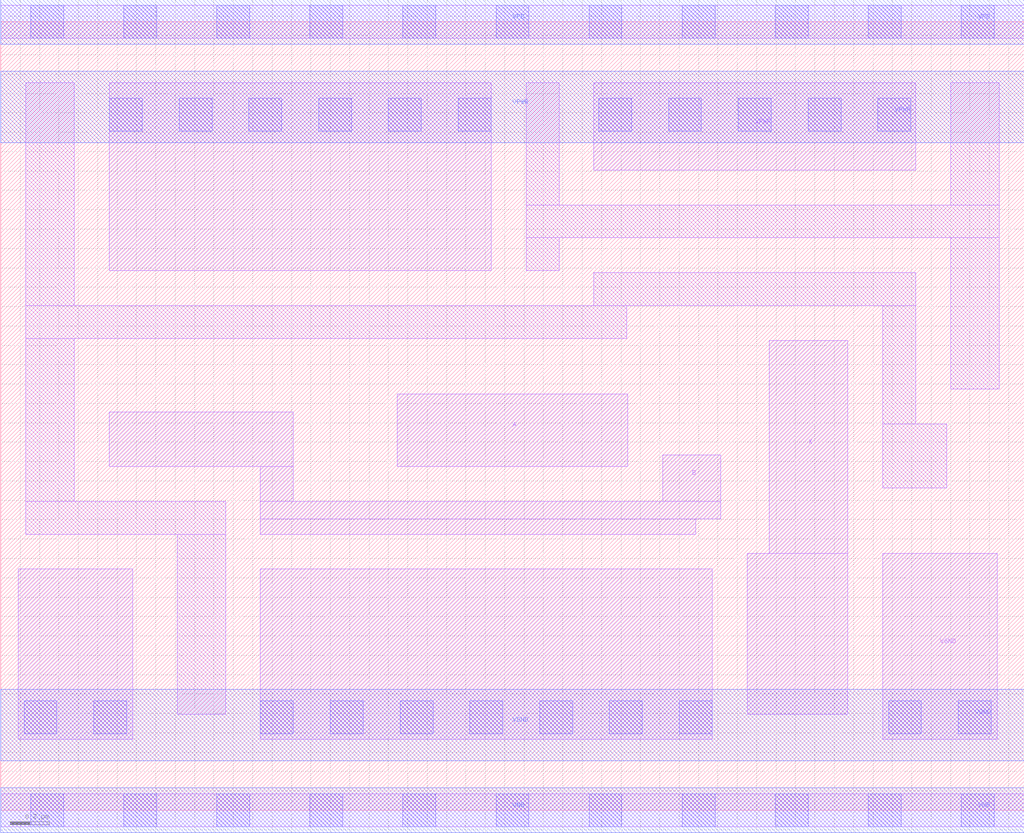
<source format=lef>
# Copyright 2020 The SkyWater PDK Authors
#
# Licensed under the Apache License, Version 2.0 (the "License");
# you may not use this file except in compliance with the License.
# You may obtain a copy of the License at
#
#     https://www.apache.org/licenses/LICENSE-2.0
#
# Unless required by applicable law or agreed to in writing, software
# distributed under the License is distributed on an "AS IS" BASIS,
# WITHOUT WARRANTIES OR CONDITIONS OF ANY KIND, either express or implied.
# See the License for the specific language governing permissions and
# limitations under the License.
#
# SPDX-License-Identifier: Apache-2.0

VERSION 5.7 ;
  NAMESCASESENSITIVE ON ;
  NOWIREEXTENSIONATPIN ON ;
  DIVIDERCHAR "/" ;
  BUSBITCHARS "[]" ;
UNITS
  DATABASE MICRONS 200 ;
END UNITS
MACRO sky130_fd_sc_hvl__xor2_1
  CLASS CORE ;
  SOURCE USER ;
  FOREIGN sky130_fd_sc_hvl__xor2_1 ;
  ORIGIN  0.000000  0.000000 ;
  SIZE  5.280000 BY  4.070000 ;
  SYMMETRY X Y ;
  SITE unithv ;
  PIN A
    ANTENNAGATEAREA  2.250000 ;
    DIRECTION INPUT ;
    USE SIGNAL ;
    PORT
      LAYER li1 ;
        RECT 2.045000 1.775000 3.235000 2.150000 ;
    END
  END A
  PIN B
    ANTENNAGATEAREA  2.250000 ;
    DIRECTION INPUT ;
    USE SIGNAL ;
    PORT
      LAYER li1 ;
        RECT 0.560000 1.775000 1.510000 2.055000 ;
        RECT 1.340000 1.425000 3.585000 1.505000 ;
        RECT 1.340000 1.505000 3.715000 1.595000 ;
        RECT 1.340000 1.595000 1.510000 1.775000 ;
        RECT 3.415000 1.595000 3.715000 1.835000 ;
    END
  END B
  PIN X
    ANTENNADIFFAREA  0.637500 ;
    DIRECTION OUTPUT ;
    USE SIGNAL ;
    PORT
      LAYER li1 ;
        RECT 3.850000 0.495000 4.370000 1.325000 ;
        RECT 3.965000 1.325000 4.370000 2.425000 ;
    END
  END X
  PIN VGND
    DIRECTION INOUT ;
    USE GROUND ;
    PORT
      LAYER li1 ;
        RECT 0.090000 0.365000 0.680000 1.245000 ;
        RECT 1.340000 0.365000 3.670000 1.245000 ;
        RECT 4.550000 0.365000 5.140000 1.325000 ;
      LAYER mcon ;
        RECT 0.120000 0.395000 0.290000 0.565000 ;
        RECT 0.480000 0.395000 0.650000 0.565000 ;
        RECT 1.340000 0.395000 1.510000 0.565000 ;
        RECT 1.700000 0.395000 1.870000 0.565000 ;
        RECT 2.060000 0.395000 2.230000 0.565000 ;
        RECT 2.420000 0.395000 2.590000 0.565000 ;
        RECT 2.780000 0.395000 2.950000 0.565000 ;
        RECT 3.140000 0.395000 3.310000 0.565000 ;
        RECT 3.500000 0.395000 3.670000 0.565000 ;
        RECT 4.580000 0.395000 4.750000 0.565000 ;
        RECT 4.940000 0.395000 5.110000 0.565000 ;
      LAYER met1 ;
        RECT 0.000000 0.255000 5.280000 0.625000 ;
    END
  END VGND
  PIN VNB
    DIRECTION INOUT ;
    USE GROUND ;
    PORT
      LAYER li1 ;
        RECT 0.000000 -0.085000 5.280000 0.085000 ;
      LAYER mcon ;
        RECT 0.155000 -0.085000 0.325000 0.085000 ;
        RECT 0.635000 -0.085000 0.805000 0.085000 ;
        RECT 1.115000 -0.085000 1.285000 0.085000 ;
        RECT 1.595000 -0.085000 1.765000 0.085000 ;
        RECT 2.075000 -0.085000 2.245000 0.085000 ;
        RECT 2.555000 -0.085000 2.725000 0.085000 ;
        RECT 3.035000 -0.085000 3.205000 0.085000 ;
        RECT 3.515000 -0.085000 3.685000 0.085000 ;
        RECT 3.995000 -0.085000 4.165000 0.085000 ;
        RECT 4.475000 -0.085000 4.645000 0.085000 ;
        RECT 4.955000 -0.085000 5.125000 0.085000 ;
      LAYER met1 ;
        RECT 0.000000 -0.115000 5.280000 0.115000 ;
    END
  END VNB
  PIN VPB
    DIRECTION INOUT ;
    USE POWER ;
    PORT
      LAYER li1 ;
        RECT 0.000000 3.985000 5.280000 4.155000 ;
      LAYER mcon ;
        RECT 0.155000 3.985000 0.325000 4.155000 ;
        RECT 0.635000 3.985000 0.805000 4.155000 ;
        RECT 1.115000 3.985000 1.285000 4.155000 ;
        RECT 1.595000 3.985000 1.765000 4.155000 ;
        RECT 2.075000 3.985000 2.245000 4.155000 ;
        RECT 2.555000 3.985000 2.725000 4.155000 ;
        RECT 3.035000 3.985000 3.205000 4.155000 ;
        RECT 3.515000 3.985000 3.685000 4.155000 ;
        RECT 3.995000 3.985000 4.165000 4.155000 ;
        RECT 4.475000 3.985000 4.645000 4.155000 ;
        RECT 4.955000 3.985000 5.125000 4.155000 ;
      LAYER met1 ;
        RECT 0.000000 3.955000 5.280000 4.185000 ;
    END
  END VPB
  PIN VPWR
    DIRECTION INOUT ;
    USE POWER ;
    PORT
      LAYER li1 ;
        RECT 0.560000 2.785000 2.530000 3.755000 ;
        RECT 3.060000 3.305000 4.720000 3.755000 ;
      LAYER mcon ;
        RECT 0.560000 3.505000 0.730000 3.675000 ;
        RECT 0.920000 3.505000 1.090000 3.675000 ;
        RECT 1.280000 3.505000 1.450000 3.675000 ;
        RECT 1.640000 3.505000 1.810000 3.675000 ;
        RECT 2.000000 3.505000 2.170000 3.675000 ;
        RECT 2.360000 3.505000 2.530000 3.675000 ;
        RECT 3.085000 3.505000 3.255000 3.675000 ;
        RECT 3.445000 3.505000 3.615000 3.675000 ;
        RECT 3.805000 3.505000 3.975000 3.675000 ;
        RECT 4.165000 3.505000 4.335000 3.675000 ;
        RECT 4.525000 3.505000 4.695000 3.675000 ;
      LAYER met1 ;
        RECT 0.000000 3.445000 5.280000 3.815000 ;
    END
  END VPWR
  OBS
    LAYER li1 ;
      RECT 0.130000 1.425000 1.160000 1.595000 ;
      RECT 0.130000 1.595000 0.380000 2.435000 ;
      RECT 0.130000 2.435000 3.230000 2.605000 ;
      RECT 0.130000 2.605000 0.380000 3.755000 ;
      RECT 0.910000 0.495000 1.160000 1.425000 ;
      RECT 2.710000 2.785000 2.880000 2.955000 ;
      RECT 2.710000 2.955000 5.150000 3.125000 ;
      RECT 2.710000 3.125000 2.880000 3.755000 ;
      RECT 3.060000 2.605000 4.720000 2.775000 ;
      RECT 4.550000 1.665000 4.880000 1.995000 ;
      RECT 4.550000 1.995000 4.720000 2.605000 ;
      RECT 4.900000 2.175000 5.150000 2.955000 ;
      RECT 4.900000 3.125000 5.150000 3.755000 ;
  END
END sky130_fd_sc_hvl__xor2_1

</source>
